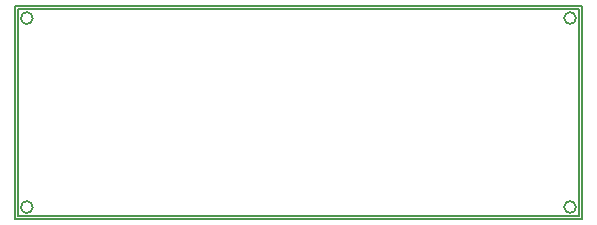
<source format=gko>
%FSLAX25Y25*%
%MOIN*%
G70*
G01*
G75*
G04 Layer_Color=16711935*
%ADD10R,0.02756X0.03347*%
%ADD11O,0.08661X0.02362*%
%ADD12R,0.05118X0.03937*%
%ADD13R,0.02362X0.02362*%
%ADD14R,0.03347X0.02756*%
%ADD15R,0.01800X0.01200*%
%ADD16R,0.03400X0.01200*%
%ADD17R,0.01200X0.03400*%
%ADD18R,0.10236X0.10236*%
%ADD19R,0.07480X0.05512*%
%ADD20R,0.05315X0.01654*%
%ADD21R,0.02362X0.02362*%
%ADD22C,0.01000*%
%ADD23C,0.02000*%
%ADD24C,0.03000*%
%ADD25C,0.00800*%
%ADD26R,0.11500X0.04000*%
%ADD27R,0.07000X0.01500*%
%ADD28C,0.00500*%
%ADD29R,0.05906X0.05906*%
%ADD30C,0.05906*%
%ADD31R,0.05906X0.05906*%
%ADD32C,0.03228*%
%ADD33C,0.02000*%
%ADD34C,0.03000*%
%ADD35C,0.00984*%
%ADD36C,0.02362*%
%ADD37C,0.00600*%
%ADD38C,0.00787*%
%ADD39R,0.03556X0.04147*%
%ADD40O,0.09461X0.03162*%
%ADD41R,0.05918X0.04737*%
%ADD42R,0.03162X0.03162*%
%ADD43R,0.04147X0.03556*%
%ADD44R,0.02600X0.02000*%
%ADD45R,0.04400X0.02200*%
%ADD46R,0.02200X0.04400*%
%ADD47R,0.11236X0.11236*%
%ADD48R,0.08280X0.06312*%
%ADD49R,0.06115X0.02454*%
%ADD50R,0.03162X0.03162*%
%ADD51R,0.06706X0.06706*%
%ADD52C,0.06706*%
%ADD53R,0.06706X0.06706*%
%ADD54C,0.04028*%
D28*
X-94Y54063D02*
G03*
X-94Y54063I-1969J0D01*
G01*
Y-8929D02*
G03*
X-94Y-8929I-1969J0D01*
G01*
X181008D02*
G03*
X181008Y-8929I-1969J0D01*
G01*
Y54063D02*
G03*
X181008Y54063I-1969J0D01*
G01*
X-5000Y-12000D02*
Y57000D01*
X182000D01*
Y-12000D02*
Y57000D01*
X-5000Y-12000D02*
X182000D01*
X181008Y54063D02*
G03*
X181008Y54063I-1969J0D01*
G01*
Y-8929D02*
G03*
X181008Y-8929I-1969J0D01*
G01*
X-94D02*
G03*
X-94Y-8929I-1969J0D01*
G01*
Y54063D02*
G03*
X-94Y54063I-1969J0D01*
G01*
X-6000Y-12866D02*
X182976D01*
Y58000D01*
X-6000D02*
X182976D01*
X-6000Y-12866D02*
Y58000D01*
M02*

</source>
